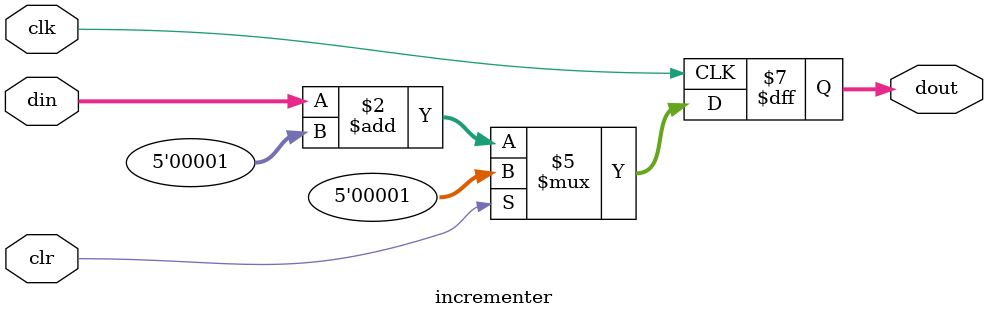
<source format=v>
module incrementer (
    din, clk, clr, dout
);

    parameter WIDTH = 5;

    input [WIDTH-1:0] din;
    input clk, clr;
    output reg [WIDTH-1:0] dout;

    initial begin
        dout <= {{(WIDTH - 1){1'b0}}, 1'b1};
    end

    always @(posedge clk) begin
        if (clr) begin
            dout <= {{(WIDTH - 1){1'b0}}, 1'b1};
        end
        else begin
            dout <= din + {{(WIDTH - 1){1'b0}}, 1'b1};
        end
    end
endmodule
</source>
